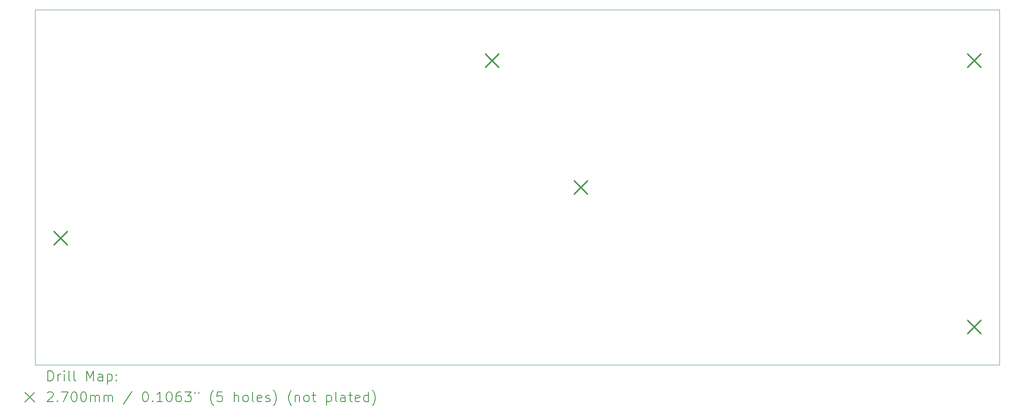
<source format=gbr>
%TF.GenerationSoftware,KiCad,Pcbnew,7.0.10*%
%TF.CreationDate,2024-02-28T12:36:18-05:00*%
%TF.ProjectId,PCB_Main_Sandbox,5043425f-4d61-4696-9e5f-53616e64626f,rev?*%
%TF.SameCoordinates,Original*%
%TF.FileFunction,Drillmap*%
%TF.FilePolarity,Positive*%
%FSLAX45Y45*%
G04 Gerber Fmt 4.5, Leading zero omitted, Abs format (unit mm)*
G04 Created by KiCad (PCBNEW 7.0.10) date 2024-02-28 12:36:18*
%MOMM*%
%LPD*%
G01*
G04 APERTURE LIST*
%ADD10C,0.100000*%
%ADD11C,0.200000*%
%ADD12C,0.270000*%
G04 APERTURE END LIST*
D10*
X7620000Y-762000D02*
X26924000Y-762000D01*
X26924000Y-7874000D02*
X7620000Y-7874000D01*
X26924000Y-7620000D02*
X26924000Y-7874000D01*
X26924000Y-762000D02*
X26924000Y-1016000D01*
X7620000Y-1016000D02*
X7620000Y-762000D01*
X7620000Y-7874000D02*
X7620000Y-1016000D01*
X26924000Y-1016000D02*
X26924000Y-7620000D01*
D11*
D12*
X7993000Y-5199000D02*
X8263000Y-5469000D01*
X8263000Y-5199000D02*
X7993000Y-5469000D01*
X16629000Y-1643000D02*
X16899000Y-1913000D01*
X16899000Y-1643000D02*
X16629000Y-1913000D01*
X18407000Y-4183000D02*
X18677000Y-4453000D01*
X18677000Y-4183000D02*
X18407000Y-4453000D01*
X26281000Y-1643000D02*
X26551000Y-1913000D01*
X26551000Y-1643000D02*
X26281000Y-1913000D01*
X26281000Y-6977000D02*
X26551000Y-7247000D01*
X26551000Y-6977000D02*
X26281000Y-7247000D01*
D11*
X7875777Y-8190484D02*
X7875777Y-7990484D01*
X7875777Y-7990484D02*
X7923396Y-7990484D01*
X7923396Y-7990484D02*
X7951967Y-8000008D01*
X7951967Y-8000008D02*
X7971015Y-8019055D01*
X7971015Y-8019055D02*
X7980539Y-8038103D01*
X7980539Y-8038103D02*
X7990062Y-8076198D01*
X7990062Y-8076198D02*
X7990062Y-8104769D01*
X7990062Y-8104769D02*
X7980539Y-8142865D01*
X7980539Y-8142865D02*
X7971015Y-8161912D01*
X7971015Y-8161912D02*
X7951967Y-8180960D01*
X7951967Y-8180960D02*
X7923396Y-8190484D01*
X7923396Y-8190484D02*
X7875777Y-8190484D01*
X8075777Y-8190484D02*
X8075777Y-8057150D01*
X8075777Y-8095246D02*
X8085301Y-8076198D01*
X8085301Y-8076198D02*
X8094824Y-8066674D01*
X8094824Y-8066674D02*
X8113872Y-8057150D01*
X8113872Y-8057150D02*
X8132920Y-8057150D01*
X8199586Y-8190484D02*
X8199586Y-8057150D01*
X8199586Y-7990484D02*
X8190062Y-8000008D01*
X8190062Y-8000008D02*
X8199586Y-8009531D01*
X8199586Y-8009531D02*
X8209110Y-8000008D01*
X8209110Y-8000008D02*
X8199586Y-7990484D01*
X8199586Y-7990484D02*
X8199586Y-8009531D01*
X8323396Y-8190484D02*
X8304348Y-8180960D01*
X8304348Y-8180960D02*
X8294824Y-8161912D01*
X8294824Y-8161912D02*
X8294824Y-7990484D01*
X8428158Y-8190484D02*
X8409110Y-8180960D01*
X8409110Y-8180960D02*
X8399586Y-8161912D01*
X8399586Y-8161912D02*
X8399586Y-7990484D01*
X8656729Y-8190484D02*
X8656729Y-7990484D01*
X8656729Y-7990484D02*
X8723396Y-8133341D01*
X8723396Y-8133341D02*
X8790063Y-7990484D01*
X8790063Y-7990484D02*
X8790063Y-8190484D01*
X8971015Y-8190484D02*
X8971015Y-8085722D01*
X8971015Y-8085722D02*
X8961491Y-8066674D01*
X8961491Y-8066674D02*
X8942444Y-8057150D01*
X8942444Y-8057150D02*
X8904348Y-8057150D01*
X8904348Y-8057150D02*
X8885301Y-8066674D01*
X8971015Y-8180960D02*
X8951967Y-8190484D01*
X8951967Y-8190484D02*
X8904348Y-8190484D01*
X8904348Y-8190484D02*
X8885301Y-8180960D01*
X8885301Y-8180960D02*
X8875777Y-8161912D01*
X8875777Y-8161912D02*
X8875777Y-8142865D01*
X8875777Y-8142865D02*
X8885301Y-8123817D01*
X8885301Y-8123817D02*
X8904348Y-8114293D01*
X8904348Y-8114293D02*
X8951967Y-8114293D01*
X8951967Y-8114293D02*
X8971015Y-8104769D01*
X9066253Y-8057150D02*
X9066253Y-8257150D01*
X9066253Y-8066674D02*
X9085301Y-8057150D01*
X9085301Y-8057150D02*
X9123396Y-8057150D01*
X9123396Y-8057150D02*
X9142444Y-8066674D01*
X9142444Y-8066674D02*
X9151967Y-8076198D01*
X9151967Y-8076198D02*
X9161491Y-8095246D01*
X9161491Y-8095246D02*
X9161491Y-8152388D01*
X9161491Y-8152388D02*
X9151967Y-8171436D01*
X9151967Y-8171436D02*
X9142444Y-8180960D01*
X9142444Y-8180960D02*
X9123396Y-8190484D01*
X9123396Y-8190484D02*
X9085301Y-8190484D01*
X9085301Y-8190484D02*
X9066253Y-8180960D01*
X9247205Y-8171436D02*
X9256729Y-8180960D01*
X9256729Y-8180960D02*
X9247205Y-8190484D01*
X9247205Y-8190484D02*
X9237682Y-8180960D01*
X9237682Y-8180960D02*
X9247205Y-8171436D01*
X9247205Y-8171436D02*
X9247205Y-8190484D01*
X9247205Y-8066674D02*
X9256729Y-8076198D01*
X9256729Y-8076198D02*
X9247205Y-8085722D01*
X9247205Y-8085722D02*
X9237682Y-8076198D01*
X9237682Y-8076198D02*
X9247205Y-8066674D01*
X9247205Y-8066674D02*
X9247205Y-8085722D01*
X7415000Y-8419000D02*
X7615000Y-8619000D01*
X7615000Y-8419000D02*
X7415000Y-8619000D01*
X7866253Y-8429531D02*
X7875777Y-8420008D01*
X7875777Y-8420008D02*
X7894824Y-8410484D01*
X7894824Y-8410484D02*
X7942443Y-8410484D01*
X7942443Y-8410484D02*
X7961491Y-8420008D01*
X7961491Y-8420008D02*
X7971015Y-8429531D01*
X7971015Y-8429531D02*
X7980539Y-8448579D01*
X7980539Y-8448579D02*
X7980539Y-8467627D01*
X7980539Y-8467627D02*
X7971015Y-8496198D01*
X7971015Y-8496198D02*
X7856729Y-8610484D01*
X7856729Y-8610484D02*
X7980539Y-8610484D01*
X8066253Y-8591436D02*
X8075777Y-8600960D01*
X8075777Y-8600960D02*
X8066253Y-8610484D01*
X8066253Y-8610484D02*
X8056729Y-8600960D01*
X8056729Y-8600960D02*
X8066253Y-8591436D01*
X8066253Y-8591436D02*
X8066253Y-8610484D01*
X8142443Y-8410484D02*
X8275777Y-8410484D01*
X8275777Y-8410484D02*
X8190062Y-8610484D01*
X8390063Y-8410484D02*
X8409110Y-8410484D01*
X8409110Y-8410484D02*
X8428158Y-8420008D01*
X8428158Y-8420008D02*
X8437682Y-8429531D01*
X8437682Y-8429531D02*
X8447205Y-8448579D01*
X8447205Y-8448579D02*
X8456729Y-8486674D01*
X8456729Y-8486674D02*
X8456729Y-8534293D01*
X8456729Y-8534293D02*
X8447205Y-8572389D01*
X8447205Y-8572389D02*
X8437682Y-8591436D01*
X8437682Y-8591436D02*
X8428158Y-8600960D01*
X8428158Y-8600960D02*
X8409110Y-8610484D01*
X8409110Y-8610484D02*
X8390063Y-8610484D01*
X8390063Y-8610484D02*
X8371015Y-8600960D01*
X8371015Y-8600960D02*
X8361491Y-8591436D01*
X8361491Y-8591436D02*
X8351967Y-8572389D01*
X8351967Y-8572389D02*
X8342443Y-8534293D01*
X8342443Y-8534293D02*
X8342443Y-8486674D01*
X8342443Y-8486674D02*
X8351967Y-8448579D01*
X8351967Y-8448579D02*
X8361491Y-8429531D01*
X8361491Y-8429531D02*
X8371015Y-8420008D01*
X8371015Y-8420008D02*
X8390063Y-8410484D01*
X8580539Y-8410484D02*
X8599586Y-8410484D01*
X8599586Y-8410484D02*
X8618634Y-8420008D01*
X8618634Y-8420008D02*
X8628158Y-8429531D01*
X8628158Y-8429531D02*
X8637682Y-8448579D01*
X8637682Y-8448579D02*
X8647205Y-8486674D01*
X8647205Y-8486674D02*
X8647205Y-8534293D01*
X8647205Y-8534293D02*
X8637682Y-8572389D01*
X8637682Y-8572389D02*
X8628158Y-8591436D01*
X8628158Y-8591436D02*
X8618634Y-8600960D01*
X8618634Y-8600960D02*
X8599586Y-8610484D01*
X8599586Y-8610484D02*
X8580539Y-8610484D01*
X8580539Y-8610484D02*
X8561491Y-8600960D01*
X8561491Y-8600960D02*
X8551967Y-8591436D01*
X8551967Y-8591436D02*
X8542444Y-8572389D01*
X8542444Y-8572389D02*
X8532920Y-8534293D01*
X8532920Y-8534293D02*
X8532920Y-8486674D01*
X8532920Y-8486674D02*
X8542444Y-8448579D01*
X8542444Y-8448579D02*
X8551967Y-8429531D01*
X8551967Y-8429531D02*
X8561491Y-8420008D01*
X8561491Y-8420008D02*
X8580539Y-8410484D01*
X8732920Y-8610484D02*
X8732920Y-8477150D01*
X8732920Y-8496198D02*
X8742444Y-8486674D01*
X8742444Y-8486674D02*
X8761491Y-8477150D01*
X8761491Y-8477150D02*
X8790063Y-8477150D01*
X8790063Y-8477150D02*
X8809110Y-8486674D01*
X8809110Y-8486674D02*
X8818634Y-8505722D01*
X8818634Y-8505722D02*
X8818634Y-8610484D01*
X8818634Y-8505722D02*
X8828158Y-8486674D01*
X8828158Y-8486674D02*
X8847205Y-8477150D01*
X8847205Y-8477150D02*
X8875777Y-8477150D01*
X8875777Y-8477150D02*
X8894825Y-8486674D01*
X8894825Y-8486674D02*
X8904348Y-8505722D01*
X8904348Y-8505722D02*
X8904348Y-8610484D01*
X8999586Y-8610484D02*
X8999586Y-8477150D01*
X8999586Y-8496198D02*
X9009110Y-8486674D01*
X9009110Y-8486674D02*
X9028158Y-8477150D01*
X9028158Y-8477150D02*
X9056729Y-8477150D01*
X9056729Y-8477150D02*
X9075777Y-8486674D01*
X9075777Y-8486674D02*
X9085301Y-8505722D01*
X9085301Y-8505722D02*
X9085301Y-8610484D01*
X9085301Y-8505722D02*
X9094825Y-8486674D01*
X9094825Y-8486674D02*
X9113872Y-8477150D01*
X9113872Y-8477150D02*
X9142444Y-8477150D01*
X9142444Y-8477150D02*
X9161491Y-8486674D01*
X9161491Y-8486674D02*
X9171015Y-8505722D01*
X9171015Y-8505722D02*
X9171015Y-8610484D01*
X9561491Y-8400960D02*
X9390063Y-8658103D01*
X9818634Y-8410484D02*
X9837682Y-8410484D01*
X9837682Y-8410484D02*
X9856729Y-8420008D01*
X9856729Y-8420008D02*
X9866253Y-8429531D01*
X9866253Y-8429531D02*
X9875777Y-8448579D01*
X9875777Y-8448579D02*
X9885301Y-8486674D01*
X9885301Y-8486674D02*
X9885301Y-8534293D01*
X9885301Y-8534293D02*
X9875777Y-8572389D01*
X9875777Y-8572389D02*
X9866253Y-8591436D01*
X9866253Y-8591436D02*
X9856729Y-8600960D01*
X9856729Y-8600960D02*
X9837682Y-8610484D01*
X9837682Y-8610484D02*
X9818634Y-8610484D01*
X9818634Y-8610484D02*
X9799587Y-8600960D01*
X9799587Y-8600960D02*
X9790063Y-8591436D01*
X9790063Y-8591436D02*
X9780539Y-8572389D01*
X9780539Y-8572389D02*
X9771015Y-8534293D01*
X9771015Y-8534293D02*
X9771015Y-8486674D01*
X9771015Y-8486674D02*
X9780539Y-8448579D01*
X9780539Y-8448579D02*
X9790063Y-8429531D01*
X9790063Y-8429531D02*
X9799587Y-8420008D01*
X9799587Y-8420008D02*
X9818634Y-8410484D01*
X9971015Y-8591436D02*
X9980539Y-8600960D01*
X9980539Y-8600960D02*
X9971015Y-8610484D01*
X9971015Y-8610484D02*
X9961491Y-8600960D01*
X9961491Y-8600960D02*
X9971015Y-8591436D01*
X9971015Y-8591436D02*
X9971015Y-8610484D01*
X10171015Y-8610484D02*
X10056729Y-8610484D01*
X10113872Y-8610484D02*
X10113872Y-8410484D01*
X10113872Y-8410484D02*
X10094825Y-8439055D01*
X10094825Y-8439055D02*
X10075777Y-8458103D01*
X10075777Y-8458103D02*
X10056729Y-8467627D01*
X10294825Y-8410484D02*
X10313872Y-8410484D01*
X10313872Y-8410484D02*
X10332920Y-8420008D01*
X10332920Y-8420008D02*
X10342444Y-8429531D01*
X10342444Y-8429531D02*
X10351968Y-8448579D01*
X10351968Y-8448579D02*
X10361491Y-8486674D01*
X10361491Y-8486674D02*
X10361491Y-8534293D01*
X10361491Y-8534293D02*
X10351968Y-8572389D01*
X10351968Y-8572389D02*
X10342444Y-8591436D01*
X10342444Y-8591436D02*
X10332920Y-8600960D01*
X10332920Y-8600960D02*
X10313872Y-8610484D01*
X10313872Y-8610484D02*
X10294825Y-8610484D01*
X10294825Y-8610484D02*
X10275777Y-8600960D01*
X10275777Y-8600960D02*
X10266253Y-8591436D01*
X10266253Y-8591436D02*
X10256729Y-8572389D01*
X10256729Y-8572389D02*
X10247206Y-8534293D01*
X10247206Y-8534293D02*
X10247206Y-8486674D01*
X10247206Y-8486674D02*
X10256729Y-8448579D01*
X10256729Y-8448579D02*
X10266253Y-8429531D01*
X10266253Y-8429531D02*
X10275777Y-8420008D01*
X10275777Y-8420008D02*
X10294825Y-8410484D01*
X10532920Y-8410484D02*
X10494825Y-8410484D01*
X10494825Y-8410484D02*
X10475777Y-8420008D01*
X10475777Y-8420008D02*
X10466253Y-8429531D01*
X10466253Y-8429531D02*
X10447206Y-8458103D01*
X10447206Y-8458103D02*
X10437682Y-8496198D01*
X10437682Y-8496198D02*
X10437682Y-8572389D01*
X10437682Y-8572389D02*
X10447206Y-8591436D01*
X10447206Y-8591436D02*
X10456729Y-8600960D01*
X10456729Y-8600960D02*
X10475777Y-8610484D01*
X10475777Y-8610484D02*
X10513872Y-8610484D01*
X10513872Y-8610484D02*
X10532920Y-8600960D01*
X10532920Y-8600960D02*
X10542444Y-8591436D01*
X10542444Y-8591436D02*
X10551968Y-8572389D01*
X10551968Y-8572389D02*
X10551968Y-8524770D01*
X10551968Y-8524770D02*
X10542444Y-8505722D01*
X10542444Y-8505722D02*
X10532920Y-8496198D01*
X10532920Y-8496198D02*
X10513872Y-8486674D01*
X10513872Y-8486674D02*
X10475777Y-8486674D01*
X10475777Y-8486674D02*
X10456729Y-8496198D01*
X10456729Y-8496198D02*
X10447206Y-8505722D01*
X10447206Y-8505722D02*
X10437682Y-8524770D01*
X10618634Y-8410484D02*
X10742444Y-8410484D01*
X10742444Y-8410484D02*
X10675777Y-8486674D01*
X10675777Y-8486674D02*
X10704349Y-8486674D01*
X10704349Y-8486674D02*
X10723396Y-8496198D01*
X10723396Y-8496198D02*
X10732920Y-8505722D01*
X10732920Y-8505722D02*
X10742444Y-8524770D01*
X10742444Y-8524770D02*
X10742444Y-8572389D01*
X10742444Y-8572389D02*
X10732920Y-8591436D01*
X10732920Y-8591436D02*
X10723396Y-8600960D01*
X10723396Y-8600960D02*
X10704349Y-8610484D01*
X10704349Y-8610484D02*
X10647206Y-8610484D01*
X10647206Y-8610484D02*
X10628158Y-8600960D01*
X10628158Y-8600960D02*
X10618634Y-8591436D01*
X10818634Y-8410484D02*
X10818634Y-8448579D01*
X10894825Y-8410484D02*
X10894825Y-8448579D01*
X11190063Y-8686674D02*
X11180539Y-8677150D01*
X11180539Y-8677150D02*
X11161491Y-8648579D01*
X11161491Y-8648579D02*
X11151968Y-8629531D01*
X11151968Y-8629531D02*
X11142444Y-8600960D01*
X11142444Y-8600960D02*
X11132920Y-8553341D01*
X11132920Y-8553341D02*
X11132920Y-8515246D01*
X11132920Y-8515246D02*
X11142444Y-8467627D01*
X11142444Y-8467627D02*
X11151968Y-8439055D01*
X11151968Y-8439055D02*
X11161491Y-8420008D01*
X11161491Y-8420008D02*
X11180539Y-8391436D01*
X11180539Y-8391436D02*
X11190063Y-8381912D01*
X11361491Y-8410484D02*
X11266253Y-8410484D01*
X11266253Y-8410484D02*
X11256729Y-8505722D01*
X11256729Y-8505722D02*
X11266253Y-8496198D01*
X11266253Y-8496198D02*
X11285301Y-8486674D01*
X11285301Y-8486674D02*
X11332920Y-8486674D01*
X11332920Y-8486674D02*
X11351968Y-8496198D01*
X11351968Y-8496198D02*
X11361491Y-8505722D01*
X11361491Y-8505722D02*
X11371015Y-8524770D01*
X11371015Y-8524770D02*
X11371015Y-8572389D01*
X11371015Y-8572389D02*
X11361491Y-8591436D01*
X11361491Y-8591436D02*
X11351968Y-8600960D01*
X11351968Y-8600960D02*
X11332920Y-8610484D01*
X11332920Y-8610484D02*
X11285301Y-8610484D01*
X11285301Y-8610484D02*
X11266253Y-8600960D01*
X11266253Y-8600960D02*
X11256729Y-8591436D01*
X11609110Y-8610484D02*
X11609110Y-8410484D01*
X11694825Y-8610484D02*
X11694825Y-8505722D01*
X11694825Y-8505722D02*
X11685301Y-8486674D01*
X11685301Y-8486674D02*
X11666253Y-8477150D01*
X11666253Y-8477150D02*
X11637682Y-8477150D01*
X11637682Y-8477150D02*
X11618634Y-8486674D01*
X11618634Y-8486674D02*
X11609110Y-8496198D01*
X11818634Y-8610484D02*
X11799587Y-8600960D01*
X11799587Y-8600960D02*
X11790063Y-8591436D01*
X11790063Y-8591436D02*
X11780539Y-8572389D01*
X11780539Y-8572389D02*
X11780539Y-8515246D01*
X11780539Y-8515246D02*
X11790063Y-8496198D01*
X11790063Y-8496198D02*
X11799587Y-8486674D01*
X11799587Y-8486674D02*
X11818634Y-8477150D01*
X11818634Y-8477150D02*
X11847206Y-8477150D01*
X11847206Y-8477150D02*
X11866253Y-8486674D01*
X11866253Y-8486674D02*
X11875777Y-8496198D01*
X11875777Y-8496198D02*
X11885301Y-8515246D01*
X11885301Y-8515246D02*
X11885301Y-8572389D01*
X11885301Y-8572389D02*
X11875777Y-8591436D01*
X11875777Y-8591436D02*
X11866253Y-8600960D01*
X11866253Y-8600960D02*
X11847206Y-8610484D01*
X11847206Y-8610484D02*
X11818634Y-8610484D01*
X11999587Y-8610484D02*
X11980539Y-8600960D01*
X11980539Y-8600960D02*
X11971015Y-8581912D01*
X11971015Y-8581912D02*
X11971015Y-8410484D01*
X12151968Y-8600960D02*
X12132920Y-8610484D01*
X12132920Y-8610484D02*
X12094825Y-8610484D01*
X12094825Y-8610484D02*
X12075777Y-8600960D01*
X12075777Y-8600960D02*
X12066253Y-8581912D01*
X12066253Y-8581912D02*
X12066253Y-8505722D01*
X12066253Y-8505722D02*
X12075777Y-8486674D01*
X12075777Y-8486674D02*
X12094825Y-8477150D01*
X12094825Y-8477150D02*
X12132920Y-8477150D01*
X12132920Y-8477150D02*
X12151968Y-8486674D01*
X12151968Y-8486674D02*
X12161491Y-8505722D01*
X12161491Y-8505722D02*
X12161491Y-8524770D01*
X12161491Y-8524770D02*
X12066253Y-8543817D01*
X12237682Y-8600960D02*
X12256730Y-8610484D01*
X12256730Y-8610484D02*
X12294825Y-8610484D01*
X12294825Y-8610484D02*
X12313872Y-8600960D01*
X12313872Y-8600960D02*
X12323396Y-8581912D01*
X12323396Y-8581912D02*
X12323396Y-8572389D01*
X12323396Y-8572389D02*
X12313872Y-8553341D01*
X12313872Y-8553341D02*
X12294825Y-8543817D01*
X12294825Y-8543817D02*
X12266253Y-8543817D01*
X12266253Y-8543817D02*
X12247206Y-8534293D01*
X12247206Y-8534293D02*
X12237682Y-8515246D01*
X12237682Y-8515246D02*
X12237682Y-8505722D01*
X12237682Y-8505722D02*
X12247206Y-8486674D01*
X12247206Y-8486674D02*
X12266253Y-8477150D01*
X12266253Y-8477150D02*
X12294825Y-8477150D01*
X12294825Y-8477150D02*
X12313872Y-8486674D01*
X12390063Y-8686674D02*
X12399587Y-8677150D01*
X12399587Y-8677150D02*
X12418634Y-8648579D01*
X12418634Y-8648579D02*
X12428158Y-8629531D01*
X12428158Y-8629531D02*
X12437682Y-8600960D01*
X12437682Y-8600960D02*
X12447206Y-8553341D01*
X12447206Y-8553341D02*
X12447206Y-8515246D01*
X12447206Y-8515246D02*
X12437682Y-8467627D01*
X12437682Y-8467627D02*
X12428158Y-8439055D01*
X12428158Y-8439055D02*
X12418634Y-8420008D01*
X12418634Y-8420008D02*
X12399587Y-8391436D01*
X12399587Y-8391436D02*
X12390063Y-8381912D01*
X12751968Y-8686674D02*
X12742444Y-8677150D01*
X12742444Y-8677150D02*
X12723396Y-8648579D01*
X12723396Y-8648579D02*
X12713872Y-8629531D01*
X12713872Y-8629531D02*
X12704349Y-8600960D01*
X12704349Y-8600960D02*
X12694825Y-8553341D01*
X12694825Y-8553341D02*
X12694825Y-8515246D01*
X12694825Y-8515246D02*
X12704349Y-8467627D01*
X12704349Y-8467627D02*
X12713872Y-8439055D01*
X12713872Y-8439055D02*
X12723396Y-8420008D01*
X12723396Y-8420008D02*
X12742444Y-8391436D01*
X12742444Y-8391436D02*
X12751968Y-8381912D01*
X12828158Y-8477150D02*
X12828158Y-8610484D01*
X12828158Y-8496198D02*
X12837682Y-8486674D01*
X12837682Y-8486674D02*
X12856730Y-8477150D01*
X12856730Y-8477150D02*
X12885301Y-8477150D01*
X12885301Y-8477150D02*
X12904349Y-8486674D01*
X12904349Y-8486674D02*
X12913872Y-8505722D01*
X12913872Y-8505722D02*
X12913872Y-8610484D01*
X13037682Y-8610484D02*
X13018634Y-8600960D01*
X13018634Y-8600960D02*
X13009111Y-8591436D01*
X13009111Y-8591436D02*
X12999587Y-8572389D01*
X12999587Y-8572389D02*
X12999587Y-8515246D01*
X12999587Y-8515246D02*
X13009111Y-8496198D01*
X13009111Y-8496198D02*
X13018634Y-8486674D01*
X13018634Y-8486674D02*
X13037682Y-8477150D01*
X13037682Y-8477150D02*
X13066253Y-8477150D01*
X13066253Y-8477150D02*
X13085301Y-8486674D01*
X13085301Y-8486674D02*
X13094825Y-8496198D01*
X13094825Y-8496198D02*
X13104349Y-8515246D01*
X13104349Y-8515246D02*
X13104349Y-8572389D01*
X13104349Y-8572389D02*
X13094825Y-8591436D01*
X13094825Y-8591436D02*
X13085301Y-8600960D01*
X13085301Y-8600960D02*
X13066253Y-8610484D01*
X13066253Y-8610484D02*
X13037682Y-8610484D01*
X13161492Y-8477150D02*
X13237682Y-8477150D01*
X13190063Y-8410484D02*
X13190063Y-8581912D01*
X13190063Y-8581912D02*
X13199587Y-8600960D01*
X13199587Y-8600960D02*
X13218634Y-8610484D01*
X13218634Y-8610484D02*
X13237682Y-8610484D01*
X13456730Y-8477150D02*
X13456730Y-8677150D01*
X13456730Y-8486674D02*
X13475777Y-8477150D01*
X13475777Y-8477150D02*
X13513873Y-8477150D01*
X13513873Y-8477150D02*
X13532920Y-8486674D01*
X13532920Y-8486674D02*
X13542444Y-8496198D01*
X13542444Y-8496198D02*
X13551968Y-8515246D01*
X13551968Y-8515246D02*
X13551968Y-8572389D01*
X13551968Y-8572389D02*
X13542444Y-8591436D01*
X13542444Y-8591436D02*
X13532920Y-8600960D01*
X13532920Y-8600960D02*
X13513873Y-8610484D01*
X13513873Y-8610484D02*
X13475777Y-8610484D01*
X13475777Y-8610484D02*
X13456730Y-8600960D01*
X13666253Y-8610484D02*
X13647206Y-8600960D01*
X13647206Y-8600960D02*
X13637682Y-8581912D01*
X13637682Y-8581912D02*
X13637682Y-8410484D01*
X13828158Y-8610484D02*
X13828158Y-8505722D01*
X13828158Y-8505722D02*
X13818634Y-8486674D01*
X13818634Y-8486674D02*
X13799587Y-8477150D01*
X13799587Y-8477150D02*
X13761492Y-8477150D01*
X13761492Y-8477150D02*
X13742444Y-8486674D01*
X13828158Y-8600960D02*
X13809111Y-8610484D01*
X13809111Y-8610484D02*
X13761492Y-8610484D01*
X13761492Y-8610484D02*
X13742444Y-8600960D01*
X13742444Y-8600960D02*
X13732920Y-8581912D01*
X13732920Y-8581912D02*
X13732920Y-8562865D01*
X13732920Y-8562865D02*
X13742444Y-8543817D01*
X13742444Y-8543817D02*
X13761492Y-8534293D01*
X13761492Y-8534293D02*
X13809111Y-8534293D01*
X13809111Y-8534293D02*
X13828158Y-8524770D01*
X13894825Y-8477150D02*
X13971015Y-8477150D01*
X13923396Y-8410484D02*
X13923396Y-8581912D01*
X13923396Y-8581912D02*
X13932920Y-8600960D01*
X13932920Y-8600960D02*
X13951968Y-8610484D01*
X13951968Y-8610484D02*
X13971015Y-8610484D01*
X14113873Y-8600960D02*
X14094825Y-8610484D01*
X14094825Y-8610484D02*
X14056730Y-8610484D01*
X14056730Y-8610484D02*
X14037682Y-8600960D01*
X14037682Y-8600960D02*
X14028158Y-8581912D01*
X14028158Y-8581912D02*
X14028158Y-8505722D01*
X14028158Y-8505722D02*
X14037682Y-8486674D01*
X14037682Y-8486674D02*
X14056730Y-8477150D01*
X14056730Y-8477150D02*
X14094825Y-8477150D01*
X14094825Y-8477150D02*
X14113873Y-8486674D01*
X14113873Y-8486674D02*
X14123396Y-8505722D01*
X14123396Y-8505722D02*
X14123396Y-8524770D01*
X14123396Y-8524770D02*
X14028158Y-8543817D01*
X14294825Y-8610484D02*
X14294825Y-8410484D01*
X14294825Y-8600960D02*
X14275777Y-8610484D01*
X14275777Y-8610484D02*
X14237682Y-8610484D01*
X14237682Y-8610484D02*
X14218634Y-8600960D01*
X14218634Y-8600960D02*
X14209111Y-8591436D01*
X14209111Y-8591436D02*
X14199587Y-8572389D01*
X14199587Y-8572389D02*
X14199587Y-8515246D01*
X14199587Y-8515246D02*
X14209111Y-8496198D01*
X14209111Y-8496198D02*
X14218634Y-8486674D01*
X14218634Y-8486674D02*
X14237682Y-8477150D01*
X14237682Y-8477150D02*
X14275777Y-8477150D01*
X14275777Y-8477150D02*
X14294825Y-8486674D01*
X14371015Y-8686674D02*
X14380539Y-8677150D01*
X14380539Y-8677150D02*
X14399587Y-8648579D01*
X14399587Y-8648579D02*
X14409111Y-8629531D01*
X14409111Y-8629531D02*
X14418634Y-8600960D01*
X14418634Y-8600960D02*
X14428158Y-8553341D01*
X14428158Y-8553341D02*
X14428158Y-8515246D01*
X14428158Y-8515246D02*
X14418634Y-8467627D01*
X14418634Y-8467627D02*
X14409111Y-8439055D01*
X14409111Y-8439055D02*
X14399587Y-8420008D01*
X14399587Y-8420008D02*
X14380539Y-8391436D01*
X14380539Y-8391436D02*
X14371015Y-8381912D01*
M02*

</source>
